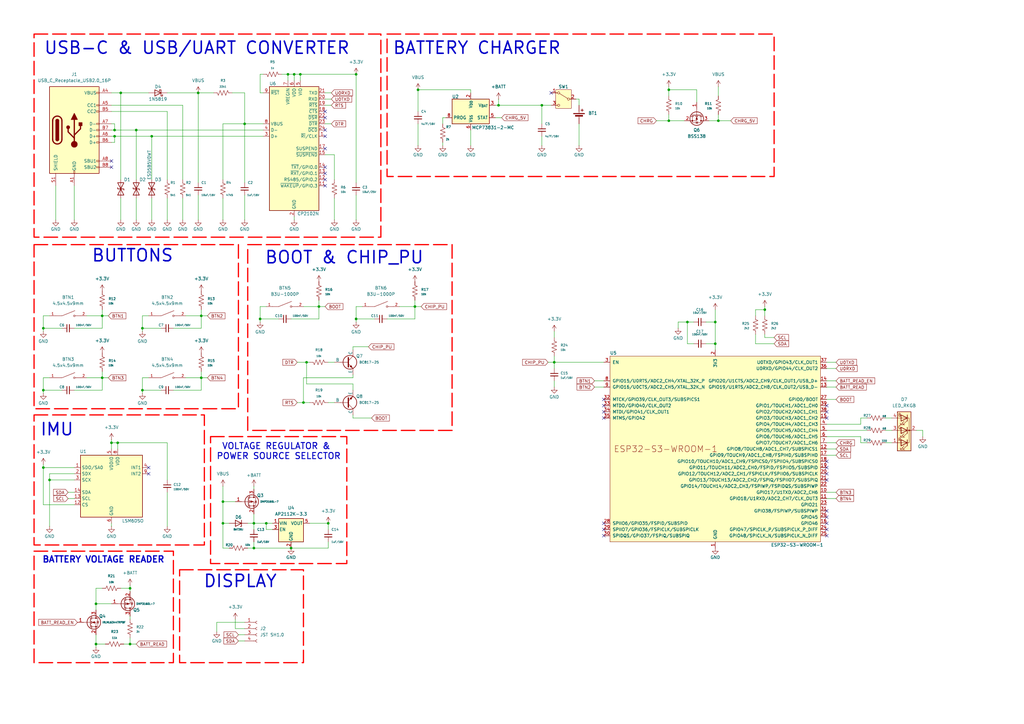
<source format=kicad_sch>
(kicad_sch (version 20250114) (generator "eeschema") (generator_version "9.0")
  (paper "A3")
  (title_block (title "IMU-RC Hand Unit Schematic") (date "2025-07-07") (rev "8") (company "ESTG-IPL") (comment 1 "or otherwise specified") (comment 2 "R - 1%") (comment 3 "C - 20%") (comment 4 "Tolerances:") (comment 5 "Important notes:"))
  (rectangle (start 86.36 179.07) (end 142.24 231.14) (stroke (width 0.508) (type dash) (color 255 0 0 1)))
  (rectangle (start 158.75 13.97) (end 317.5 72.39) (stroke (width 0.508) (type dash) (color 255 0 0 1)))
  (rectangle (start 101.6 100.33) (end 185.42 176.53) (stroke (width 0.508) (type dash) (color 255 0 0 1)))
  (rectangle (start 13.97 170.18) (end 83.82 223.52) (stroke (width 0.508) (type dash) (color 255 0 0 1)))
  (rectangle (start 13.97 13.97) (end 156.21 97.282) (stroke (width 0.508) (type dash) (color 255 0 0 1)))
  (rectangle (start 13.97 100.33) (end 97.79 167.64) (stroke (width 0.508) (type dash) (color 255 0 0 1)))
  (rectangle (start 73.66 233.68) (end 124.46 271.78) (stroke (width 0.508) (type dash) (color 255 0 0 1)))
  (rectangle (start 13.97 226.06) (end 71.12 271.78) (stroke (width 0.508) (type dash) (color 255 0 0 1)))
  (text "VOLTAGE REGULATOR & \nPOWER SOURCE SELECTOR" (at 114.3 185.166 0) (effects (font (size 2.54 2.54) (thickness 0.375))))
  (text "BATTERY CHARGER" (at 195.58 19.812 0) (effects (font (size 5 5) (thickness 0.625))))
  (text "BUTTONS\n\n" (at 54.356 108.966 0) (effects (font (size 5 5) (thickness 0.625))))
  (text "BOOT & CHIP_PU\n\n\n" (at 141.224 113.792 0) (effects (font (size 5 5) (thickness 0.625))))
  (text "USB-C & USB/UART CONVERTER" (at 80.772 19.812 0) (effects (font (size 5 5) (thickness 0.625))))
  (text "BATTERY VOLTAGE READER" (at 42.418 229.616 0) (effects (font (size 2.54 2.54) (thickness 0.5))))
  (text "IMU" (at 23.368 176.276 0) (effects (font (size 5 5) (thickness 0.625))))
  (text "DISPLAY\n" (at 98.552 238.506 0) (effects (font (size 5 5) (thickness 0.625))))
  (junction (at 293.37 140.97))
  (junction (at 222.25 43.18))
  (junction (at 53.34 264.16))
  (junction (at 171.45 36.83))
  (junction (at 124.46 165.1))
  (junction (at 82.55 129.54))
  (junction (at 125.73 148.59))
  (junction (at 58.42 134.62))
  (junction (at 281.94 132.08))
  (junction (at 39.37 247.65))
  (junction (at 146.05 130.81))
  (junction (at 46.99 53.34))
  (junction (at 46.99 55.88))
  (junction (at 313.69 127))
  (junction (at 17.78 134.62))
  (junction (at 293.37 132.08))
  (junction (at 49.53 38.1))
  (junction (at 62.23 55.88))
  (junction (at 91.44 214.63))
  (junction (at 120.65 30.48))
  (junction (at 53.34 241.3))
  (junction (at 82.55 154.94))
  (junction (at 41.91 154.94))
  (junction (at 55.88 53.34))
  (junction (at 146.05 30.48))
  (junction (at 104.14 224.79))
  (junction (at 20.32 196.85))
  (junction (at 123.19 30.48))
  (junction (at 39.37 264.16))
  (junction (at 274.32 49.53))
  (junction (at 106.68 130.81))
  (junction (at 81.28 38.1))
  (junction (at 91.44 205.74))
  (junction (at 100.33 50.8))
  (junction (at 134.62 214.63))
  (junction (at 170.18 125.73))
  (junction (at 227.33 148.59))
  (junction (at 204.47 43.18))
  (junction (at 48.26 181.61))
  (junction (at 41.91 129.54))
  (junction (at 17.78 191.77))
  (junction (at 119.38 224.79))
  (junction (at 17.78 160.02))
  (junction (at 104.14 214.63))
  (junction (at 45.72 181.61))
  (junction (at 294.64 49.53))
  (junction (at 58.42 160.02))
  (junction (at 118.11 30.48))
  (junction (at 109.22 214.63))
  (junction (at 130.81 125.73))
  (junction (at 274.32 36.83))
  (no_connect (at 226.06 38.1))
  (no_connect (at 133.35 55.88))
  (no_connect (at 247.65 217.17))
  (no_connect (at 247.65 163.83))
  (no_connect (at 45.72 68.58))
  (no_connect (at 133.35 71.12))
  (no_connect (at 339.09 214.63))
  (no_connect (at 45.72 66.04))
  (no_connect (at 247.65 214.63))
  (no_connect (at 339.09 196.85))
  (no_connect (at 339.09 168.91))
  (no_connect (at 247.65 166.37))
  (no_connect (at 133.35 48.26))
  (no_connect (at 60.96 191.77))
  (no_connect (at 339.09 194.31))
  (no_connect (at 247.65 219.71))
  (no_connect (at 133.35 76.2))
  (no_connect (at 133.35 68.58))
  (no_connect (at 339.09 217.17))
  (no_connect (at 339.09 212.09))
  (no_connect (at 133.35 60.96))
  (no_connect (at 339.09 166.37))
  (no_connect (at 133.35 73.66))
  (no_connect (at 133.35 45.72))
  (no_connect (at 339.09 171.45))
  (no_connect (at 247.65 171.45))
  (no_connect (at 133.35 53.34))
  (no_connect (at 339.09 191.77))
  (no_connect (at 339.09 189.23))
  (no_connect (at 339.09 209.55))
  (no_connect (at 247.65 168.91))
  (no_connect (at 60.96 194.31))
  (no_connect (at 339.09 219.71))
  (wire (pts (xy 134.62 224.79) (xy 119.38 224.79)))
  (wire (pts (xy 41.91 134.62) (xy 41.91 129.54)))
  (wire (pts (xy 53.34 241.3) (xy 53.34 242.57)))
  (wire (pts (xy 289.56 132.08) (xy 293.37 132.08)))
  (wire (pts (xy 45.72 180.34) (xy 45.72 181.61)))
  (wire (pts (xy 85.09 129.54) (xy 82.55 129.54)))
  (wire (pts (xy 45.72 38.1) (xy 49.53 38.1)))
  (wire (pts (xy 17.78 160.02) (xy 17.78 154.94)))
  (wire (pts (xy 294.64 49.53) (xy 294.64 46.99)))
  (wire (pts (xy 120.65 30.48) (xy 118.11 30.48)))
  (wire (pts (xy 76.2 154.94) (xy 82.55 154.94)))
  (wire (pts (xy 278.13 132.08) (xy 281.94 132.08)))
  (wire (pts (xy 146.05 130.81) (xy 146.05 125.73)))
  (wire (pts (xy 274.32 49.53) (xy 269.24 49.53)))
  (wire (pts (xy 58.42 134.62) (xy 66.04 134.62)))
  (wire (pts (xy 144.78 160.02) (xy 144.78 157.48)))
  (wire (pts (xy 17.78 191.77) (xy 30.48 191.77)))
  (wire (pts (xy 91.44 50.8) (xy 91.44 73.66)))
  (wire (pts (xy 363.22 176.53) (xy 365.76 176.53)))
  (wire (pts (xy 45.72 184.15) (xy 45.72 181.61)))
  (wire (pts (xy 17.78 134.62) (xy 17.78 129.54)))
  (wire (pts (xy 339.09 186.69) (xy 342.9 186.69)))
  (wire (pts (xy 204.47 40.64) (xy 204.47 43.18)))
  (wire (pts (xy 290.83 49.53) (xy 294.64 49.53)))
  (wire (pts (xy 293.37 132.08) (xy 293.37 140.97)))
  (wire (pts (xy 227.33 156.21) (xy 227.33 158.75)))
  (wire (pts (xy 82.55 127) (xy 82.55 129.54)))
  (wire (pts (xy 17.78 129.54) (xy 20.32 129.54)))
  (wire (pts (xy 170.18 123.19) (xy 170.18 125.73)))
  (wire (pts (xy 17.78 191.77) (xy 17.78 207.01)))
  (wire (pts (xy 120.65 88.9) (xy 120.65 90.17)))
  (wire (pts (xy 181.61 48.26) (xy 182.88 48.26)))
  (wire (pts (xy 109.22 214.63) (xy 111.76 214.63)))
  (wire (pts (xy 17.78 160.02) (xy 25.4 160.02)))
  (wire (pts (xy 339.09 163.83) (xy 342.9 163.83)))
  (wire (pts (xy 339.09 158.75) (xy 342.9 158.75)))
  (wire (pts (xy 353.06 181.61) (xy 355.6 181.61)))
  (wire (pts (xy 39.37 247.65) (xy 45.72 247.65)))
  (wire (pts (xy 100.33 50.8) (xy 107.95 50.8)))
  (wire (pts (xy 62.23 55.88) (xy 107.95 55.88)))
  (wire (pts (xy 339.09 181.61) (xy 342.9 181.61)))
  (wire (pts (xy 181.61 59.69) (xy 181.61 58.42)))
  (wire (pts (xy 237.49 40.64) (xy 237.49 43.18)))
  (wire (pts (xy 82.55 134.62) (xy 82.55 129.54)))
  (wire (pts (xy 30.48 76.2) (xy 30.48 90.17)))
  (wire (pts (xy 100.33 38.1) (xy 100.33 50.8)))
  (wire (pts (xy 313.69 127) (xy 309.88 127)))
  (wire (pts (xy 227.33 146.05) (xy 227.33 148.59)))
  (wire (pts (xy 339.09 151.13) (xy 342.9 151.13)))
  (wire (pts (xy 106.68 38.1) (xy 106.68 30.48)))
  (wire (pts (xy 124.46 165.1) (xy 127 165.1)))
  (wire (pts (xy 53.34 240.03) (xy 53.34 241.3)))
  (wire (pts (xy 294.64 49.53) (xy 299.72 49.53)))
  (wire (pts (xy 91.44 205.74) (xy 96.52 205.74)))
  (wire (pts (xy 134.62 214.63) (xy 127 214.63)))
  (wire (pts (xy 39.37 264.16) (xy 39.37 265.43)))
  (wire (pts (xy 313.69 125.73) (xy 313.69 127)))
  (wire (pts (xy 274.32 35.56) (xy 274.32 36.83)))
  (wire (pts (xy 46.99 55.88) (xy 46.99 58.42)))
  (wire (pts (xy 227.33 148.59) (xy 247.65 148.59)))
  (wire (pts (xy 81.28 38.1) (xy 87.63 38.1)))
  (wire (pts (xy 353.06 173.99) (xy 353.06 171.45)))
  (wire (pts (xy 30.48 160.02) (xy 41.91 160.02)))
  (wire (pts (xy 91.44 199.39) (xy 91.44 205.74)))
  (wire (pts (xy 88.9 255.27) (xy 88.9 259.08)))
  (wire (pts (xy 124.46 154.94) (xy 124.46 165.1)))
  (wire (pts (xy 193.04 38.1) (xy 193.04 36.83)))
  (wire (pts (xy 339.09 201.93) (xy 342.9 201.93)))
  (wire (pts (xy 127 148.59) (xy 125.73 148.59)))
  (wire (pts (xy 363.22 181.61) (xy 365.76 181.61)))
  (wire (pts (xy 353.06 171.45) (xy 355.6 171.45)))
  (wire (pts (xy 58.42 135.89) (xy 58.42 134.62)))
  (wire (pts (xy 144.78 171.45) (xy 152.4 171.45)))
  (wire (pts (xy 55.88 53.34) (xy 55.88 73.66)))
  (wire (pts (xy 222.25 43.18) (xy 226.06 43.18)))
  (wire (pts (xy 339.09 173.99) (xy 353.06 173.99)))
  (wire (pts (xy 53.34 252.73) (xy 53.34 254)))
  (wire (pts (xy 133.35 38.1) (xy 135.89 38.1)))
  (wire (pts (xy 45.72 53.34) (xy 46.99 53.34)))
  (wire (pts (xy 133.35 50.8) (xy 135.89 50.8)))
  (wire (pts (xy 172.72 125.73) (xy 170.18 125.73)))
  (wire (pts (xy 144.78 142.24) (xy 151.13 142.24)))
  (wire (pts (xy 41.91 152.4) (xy 41.91 154.94)))
  (wire (pts (xy 133.35 125.73) (xy 130.81 125.73)))
  (wire (pts (xy 227.33 148.59) (xy 227.33 151.13)))
  (wire (pts (xy 71.12 160.02) (xy 82.55 160.02)))
  (wire (pts (xy 76.2 129.54) (xy 82.55 129.54)))
  (wire (pts (xy 17.78 161.29) (xy 17.78 160.02)))
  (wire (pts (xy 91.44 214.63) (xy 91.44 205.74)))
  (wire (pts (xy 101.6 224.79) (xy 104.14 224.79)))
  (wire (pts (xy 106.68 30.48) (xy 107.95 30.48)))
  (wire (pts (xy 39.37 241.3) (xy 39.37 247.65)))
  (wire (pts (xy 58.42 154.94) (xy 60.96 154.94)))
  (wire (pts (xy 144.78 154.94) (xy 124.46 154.94)))
  (wire (pts (xy 134.62 222.25) (xy 134.62 224.79)))
  (wire (pts (xy 55.88 53.34) (xy 107.95 53.34)))
  (wire (pts (xy 39.37 264.16) (xy 43.18 264.16)))
  (wire (pts (xy 274.32 49.53) (xy 280.67 49.53)))
  (wire (pts (xy 193.04 53.34) (xy 193.04 59.69)))
  (wire (pts (xy 41.91 241.3) (xy 39.37 241.3)))
  (wire (pts (xy 58.42 129.54) (xy 60.96 129.54)))
  (wire (pts (xy 58.42 161.29) (xy 58.42 160.02)))
  (wire (pts (xy 339.09 204.47) (xy 342.9 204.47)))
  (wire (pts (xy 53.34 264.16) (xy 55.88 264.16)))
  (wire (pts (xy 68.58 45.72) (xy 68.58 73.66)))
  (wire (pts (xy 68.58 45.72) (xy 45.72 45.72)))
  (wire (pts (xy 134.62 165.1) (xy 137.16 165.1)))
  (wire (pts (xy 91.44 81.28) (xy 91.44 90.17)))
  (wire (pts (xy 133.35 43.18) (xy 135.89 43.18)))
  (wire (pts (xy 111.76 217.17) (xy 109.22 217.17)))
  (wire (pts (xy 171.45 36.83) (xy 171.45 45.72)))
  (wire (pts (xy 146.05 80.01) (xy 146.05 90.17)))
  (wire (pts (xy 74.93 81.28) (xy 74.93 90.17)))
  (wire (pts (xy 137.16 81.28) (xy 137.16 90.17)))
  (wire (pts (xy 313.69 127) (xy 313.69 129.54)))
  (wire (pts (xy 353.06 179.07) (xy 353.06 181.61)))
  (wire (pts (xy 281.94 132.08) (xy 281.94 140.97)))
  (wire (pts (xy 91.44 214.63) (xy 93.98 214.63)))
  (wire (pts (xy 293.37 140.97) (xy 293.37 143.51)))
  (wire (pts (xy 68.58 181.61) (xy 48.26 181.61)))
  (wire (pts (xy 30.48 134.62) (xy 41.91 134.62)))
  (wire (pts (xy 17.78 207.01) (xy 30.48 207.01)))
  (wire (pts (xy 46.99 58.42) (xy 45.72 58.42)))
  (wire (pts (xy 294.64 35.56) (xy 294.64 39.37)))
  (wire (pts (xy 45.72 55.88) (xy 46.99 55.88)))
  (wire (pts (xy 130.81 130.81) (xy 130.81 125.73)))
  (wire (pts (xy 237.49 50.8) (xy 237.49 59.69)))
  (wire (pts (xy 109.22 217.17) (xy 109.22 214.63)))
  (wire (pts (xy 53.34 264.16) (xy 53.34 261.62)))
  (wire (pts (xy 74.93 43.18) (xy 74.93 73.66)))
  (wire (pts (xy 123.19 30.48) (xy 123.19 33.02)))
  (wire (pts (xy 104.14 210.82) (xy 104.14 214.63)))
  (wire (pts (xy 274.32 36.83) (xy 274.32 39.37)))
  (wire (pts (xy 100.33 50.8) (xy 100.33 74.93)))
  (wire (pts (xy 49.53 81.28) (xy 49.53 90.17)))
  (wire (pts (xy 44.45 129.54) (xy 41.91 129.54)))
  (wire (pts (xy 71.12 134.62) (xy 82.55 134.62)))
  (wire (pts (xy 224.79 148.59) (xy 227.33 148.59)))
  (wire (pts (xy 85.09 154.94) (xy 82.55 154.94)))
  (wire (pts (xy 203.2 48.26) (xy 205.74 48.26)))
  (wire (pts (xy 97.79 262.89) (xy 100.33 262.89)))
  (wire (pts (xy 293.37 127) (xy 293.37 132.08)))
  (wire (pts (xy 68.58 38.1) (xy 81.28 38.1)))
  (wire (pts (xy 181.61 50.8) (xy 181.61 48.26)))
  (wire (pts (xy 46.99 50.8) (xy 45.72 50.8)))
  (wire (pts (xy 313.69 137.16) (xy 313.69 138.43)))
  (wire (pts (xy 137.16 73.66) (xy 137.16 63.5)))
  (wire (pts (xy 101.6 214.63) (xy 104.14 214.63)))
  (wire (pts (xy 44.45 154.94) (xy 41.91 154.94)))
  (wire (pts (xy 204.47 43.18) (xy 203.2 43.18)))
  (wire (pts (xy 81.28 38.1) (xy 81.28 74.93)))
  (wire (pts (xy 339.09 184.15) (xy 342.9 184.15)))
  (wire (pts (xy 91.44 214.63) (xy 91.44 224.79)))
  (wire (pts (xy 104.14 199.39) (xy 104.14 200.66)))
  (wire (pts (xy 104.14 222.25) (xy 104.14 224.79)))
  (wire (pts (xy 118.11 30.48) (xy 115.57 30.48)))
  (wire (pts (xy 58.42 160.02) (xy 58.42 154.94)))
  (wire (pts (xy 130.81 123.19) (xy 130.81 125.73)))
  (wire (pts (xy 39.37 250.19) (xy 39.37 247.65)))
  (wire (pts (xy 95.25 38.1) (xy 100.33 38.1)))
  (wire (pts (xy 222.25 43.18) (xy 204.47 43.18)))
  (wire (pts (xy 137.16 63.5) (xy 133.35 63.5)))
  (wire (pts (xy 58.42 134.62) (xy 58.42 129.54)))
  (wire (pts (xy 125.73 157.48) (xy 125.73 148.59)))
  (wire (pts (xy 82.55 160.02) (xy 82.55 154.94)))
  (wire (pts (xy 68.58 81.28) (xy 68.58 90.17)))
  (wire (pts (xy 82.55 152.4) (xy 82.55 154.94)))
  (wire (pts (xy 227.33 138.43) (xy 227.33 135.89)))
  (wire (pts (xy 49.53 38.1) (xy 60.96 38.1)))
  (wire (pts (xy 289.56 140.97) (xy 293.37 140.97)))
  (wire (pts (xy 96.52 257.81) (xy 96.52 254)))
  (wire (pts (xy 104.14 217.17) (xy 104.14 214.63)))
  (wire (pts (xy 41.91 127) (xy 41.91 129.54)))
  (wire (pts (xy 121.92 165.1) (xy 124.46 165.1)))
  (wire (pts (xy 133.35 40.64) (xy 135.89 40.64)))
  (wire (pts (xy 339.09 179.07) (xy 353.06 179.07)))
  (wire (pts (xy 81.28 80.01) (xy 81.28 90.17)))
  (wire (pts (xy 35.56 129.54) (xy 41.91 129.54)))
  (wire (pts (xy 285.75 36.83) (xy 274.32 36.83)))
  (wire (pts (xy 134.62 217.17) (xy 134.62 214.63)))
  (wire (pts (xy 170.18 130.81) (xy 170.18 125.73)))
  (wire (pts (xy 120.65 33.02) (xy 120.65 30.48)))
  (wire (pts (xy 284.48 140.97) (xy 281.94 140.97)))
  (wire (pts (xy 20.32 196.85) (xy 20.32 194.31)))
  (wire (pts (xy 100.33 80.01) (xy 100.33 90.17)))
  (wire (pts (xy 274.32 49.53) (xy 274.32 46.99)))
  (wire (pts (xy 62.23 81.28) (xy 62.23 90.17)))
  (wire (pts (xy 121.92 148.59) (xy 125.73 148.59)))
  (wire (pts (xy 243.84 158.75) (xy 247.65 158.75)))
  (wire (pts (xy 278.13 134.62) (xy 278.13 132.08)))
  (wire (pts (xy 106.68 38.1) (xy 107.95 38.1)))
  (wire (pts (xy 20.32 196.85) (xy 30.48 196.85)))
  (wire (pts (xy 339.09 148.59) (xy 342.9 148.59)))
  (wire (pts (xy 144.78 171.45) (xy 144.78 170.18)))
  (wire (pts (xy 100.33 255.27) (xy 88.9 255.27)))
  (wire (pts (xy 17.78 190.5) (xy 17.78 191.77)))
  (wire (pts (xy 106.68 130.81) (xy 114.3 130.81)))
  (wire (pts (xy 363.22 171.45) (xy 365.76 171.45)))
  (wire (pts (xy 68.58 196.85) (xy 68.58 181.61)))
  (wire (pts (xy 45.72 43.18) (xy 74.93 43.18)))
  (wire (pts (xy 146.05 30.48) (xy 146.05 74.93)))
  (wire (pts (xy 144.78 153.67) (xy 144.78 154.94)))
  (wire (pts (xy 22.86 76.2) (xy 22.86 90.17)))
  (wire (pts (xy 119.38 130.81) (xy 130.81 130.81)))
  (wire (pts (xy 41.91 160.02) (xy 41.91 154.94)))
  (wire (pts (xy 46.99 55.88) (xy 62.23 55.88)))
  (wire (pts (xy 62.23 55.88) (xy 62.23 73.66)))
  (wire (pts (xy 146.05 125.73) (xy 148.59 125.73)))
  (wire (pts (xy 17.78 134.62) (xy 25.4 134.62)))
  (wire (pts (xy 222.25 55.88) (xy 222.25 59.69)))
  (wire (pts (xy 378.46 176.53) (xy 375.92 176.53)))
  (wire (pts (xy 27.94 204.47) (xy 30.48 204.47)))
  (wire (pts (xy 118.11 33.02) (xy 118.11 30.48)))
  (wire (pts (xy 49.53 241.3) (xy 53.34 241.3)))
  (wire (pts (xy 281.94 132.08) (xy 284.48 132.08)))
  (wire (pts (xy 222.25 50.8) (xy 222.25 43.18)))
  (wire (pts (xy 100.33 257.81) (xy 96.52 257.81)))
  (wire (pts (xy 45.72 214.63) (xy 45.72 215.9)))
  (wire (pts (xy 91.44 224.79) (xy 93.98 224.79)))
  (wire (pts (xy 20.32 194.31) (xy 30.48 194.31)))
  (wire (pts (xy 45.72 181.61) (xy 48.26 181.61)))
  (wire (pts (xy 124.46 125.73) (xy 130.81 125.73)))
  (wire (pts (xy 27.94 201.93) (xy 30.48 201.93)))
  (wire (pts (xy 91.44 50.8) (xy 100.33 50.8)))
  (wire (pts (xy 144.78 157.48) (xy 125.73 157.48)))
  (wire (pts (xy 17.78 135.89) (xy 17.78 134.62)))
  (wire (pts (xy 309.88 129.54) (xy 309.88 127)))
  (wire (pts (xy 144.78 142.24) (xy 144.78 143.51)))
  (wire (pts (xy 171.45 36.83) (xy 193.04 36.83)))
  (wire (pts (xy 163.83 125.73) (xy 170.18 125.73)))
  (wire (pts (xy 339.09 156.21) (xy 342.9 156.21)))
  (wire (pts (xy 39.37 260.35) (xy 39.37 264.16)))
  (wire (pts (xy 171.45 59.69) (xy 171.45 50.8)))
  (wire (pts (xy 146.05 130.81) (xy 153.67 130.81)))
  (wire (pts (xy 146.05 132.08) (xy 146.05 130.81)))
  (wire (pts (xy 123.19 30.48) (xy 146.05 30.48)))
  (wire (pts (xy 58.42 160.02) (xy 66.04 160.02)))
  (wire (pts (xy 158.75 130.81) (xy 170.18 130.81)))
  (wire (pts (xy 17.78 154.94) (xy 20.32 154.94)))
  (wire (pts (xy 378.46 179.07) (xy 378.46 176.53)))
  (wire (pts (xy 106.68 132.08) (xy 106.68 130.81)))
  (wire (pts (xy 313.69 138.43) (xy 317.5 138.43)))
  (wire (pts (xy 104.14 224.79) (xy 119.38 224.79)))
  (wire (pts (xy 120.65 30.48) (xy 123.19 30.48)))
  (wire (pts (xy 106.68 130.81) (xy 106.68 125.73)))
  (wire (pts (xy 49.53 38.1) (xy 49.53 73.66)))
  (wire (pts (xy 285.75 41.91) (xy 285.75 36.83)))
  (wire (pts (xy 68.58 201.93) (xy 68.58 215.9)))
  (wire (pts (xy 237.49 40.64) (xy 236.22 40.64)))
  (wire (pts (xy 46.99 53.34) (xy 46.99 50.8)))
  (wire (pts (xy 106.68 125.73) (xy 109.22 125.73)))
  (wire (pts (xy 48.26 181.61) (xy 48.26 184.15)))
  (wire (pts (xy 309.88 140.97) (xy 317.5 140.97)))
  (wire (pts (xy 46.99 53.34) (xy 55.88 53.34)))
  (wire (pts (xy 97.79 260.35) (xy 100.33 260.35)))
  (wire (pts (xy 55.88 81.28) (xy 55.88 90.17)))
  (wire (pts (xy 339.09 176.53) (xy 355.6 176.53)))
  (wire (pts (xy 20.32 215.9) (xy 20.32 196.85)))
  (wire (pts (xy 35.56 154.94) (xy 41.91 154.94)))
  (wire (pts (xy 104.14 214.63) (xy 109.22 214.63)))
  (wire (pts (xy 50.8 264.16) (xy 53.34 264.16)))
  (wire (pts (xy 309.88 140.97) (xy 309.88 137.16)))
  (wire (pts (xy 243.84 156.21) (xy 247.65 156.21)))
  (wire (pts (xy 134.62 148.59) (xy 137.16 148.59)))
  (global_label "BATT_READ" (shape input) (at 342.9 158.75 0) (property "Intersheetrefs" "${INTERSHEET_REFS}" (effects (hide yes))))
  (global_label "BTN3" (shape input) (at 44.45 154.94 0) (property "Intersheetrefs" "${INTERSHEET_REFS}" (effects (hide yes))))
  (global_label "BOOT" (shape input) (at 133.35 125.73 0) (property "Intersheetrefs" "${INTERSHEET_REFS}" (effects (hide yes))))
  (global_label "SDA" (shape input) (at 342.9 184.15 0) (property "Intersheetrefs" "${INTERSHEET_REFS}" (effects (hide yes))))
  (global_label "BATT_READ" (shape input) (at 55.88 264.16 0) (property "Intersheetrefs" "${INTERSHEET_REFS}" (effects (hide yes))))
  (global_label "BATT_READ_EN" (shape input) (at 342.9 156.21 0) (property "Intersheetrefs" "${INTERSHEET_REFS}" (effects (hide yes))))
  (global_label "RTS" (shape input) (at 135.89 43.18 0) (property "Intersheetrefs" "${INTERSHEET_REFS}" (effects (hide yes))))
  (global_label "CHIP_PU" (shape input) (at 172.72 125.73 0) (property "Intersheetrefs" "${INTERSHEET_REFS}" (effects (hide yes))))
  (global_label "SDA" (shape input) (at 317.5 140.97 0) (property "Intersheetrefs" "${INTERSHEET_REFS}" (effects (hide yes))))
  (global_label "CHRG" (shape input) (at 342.9 181.61 0) (property "Intersheetrefs" "${INTERSHEET_REFS}" (effects (hide yes))))
  (global_label "CHIP_PU" (shape input) (at 224.79 148.59 180) (property "Intersheetrefs" "${INTERSHEET_REFS}" (effects (hide yes))))
  (global_label "RTS" (shape input) (at 121.92 165.1 180) (property "Intersheetrefs" "${INTERSHEET_REFS}" (effects (hide yes))))
  (global_label "SCL" (shape input) (at 27.94 204.47 180) (property "Intersheetrefs" "${INTERSHEET_REFS}" (effects (hide yes))))
  (global_label "CHRG_5V" (shape input) (at 299.72 49.53 0) (property "Intersheetrefs" "${INTERSHEET_REFS}" (effects (hide yes))))
  (global_label "BTN2" (shape input) (at 243.84 158.75 180) (property "Intersheetrefs" "${INTERSHEET_REFS}" (effects (hide yes))))
  (global_label "SCL" (shape input) (at 317.5 138.43 0) (property "Intersheetrefs" "${INTERSHEET_REFS}" (effects (hide yes))))
  (global_label "CHRG_5V" (shape input) (at 205.74 48.26 0) (property "Intersheetrefs" "${INTERSHEET_REFS}" (effects (hide yes))))
  (global_label "SDA" (shape input) (at 97.79 262.89 180) (property "Intersheetrefs" "${INTERSHEET_REFS}" (effects (hide yes))))
  (global_label "BTN1" (shape input) (at 243.84 156.21 180) (property "Intersheetrefs" "${INTERSHEET_REFS}" (effects (hide yes))))
  (global_label "BTN1" (shape input) (at 44.45 129.54 0) (property "Intersheetrefs" "${INTERSHEET_REFS}" (effects (hide yes))))
  (global_label "DTR" (shape input) (at 121.92 148.59 180) (property "Intersheetrefs" "${INTERSHEET_REFS}" (effects (hide yes))))
  (global_label "BOOT" (shape input) (at 342.9 163.83 0) (property "Intersheetrefs" "${INTERSHEET_REFS}" (effects (hide yes))))
  (global_label "SCL" (shape input) (at 342.9 186.69 0) (property "Intersheetrefs" "${INTERSHEET_REFS}" (effects (hide yes))))
  (global_label "U0RXD" (shape input) (at 342.9 151.13 0) (property "Intersheetrefs" "${INTERSHEET_REFS}" (effects (hide yes))))
  (global_label "U0TXD" (shape input) (at 342.9 148.59 0) (property "Intersheetrefs" "${INTERSHEET_REFS}" (effects (hide yes))))
  (global_label "SDA" (shape input) (at 27.94 201.93 180) (property "Intersheetrefs" "${INTERSHEET_REFS}" (effects (hide yes))))
  (global_label "BTN4" (shape input) (at 342.9 204.47 0) (property "Intersheetrefs" "${INTERSHEET_REFS}" (effects (hide yes))))
  (global_label "U0RXD" (shape input) (at 135.89 38.1 0) (property "Intersheetrefs" "${INTERSHEET_REFS}" (effects (hide yes))))
  (global_label "BATT_READ_EN" (shape input) (at 31.75 255.27 180) (property "Intersheetrefs" "${INTERSHEET_REFS}" (effects (hide yes))))
  (global_label "BTN2" (shape input) (at 85.09 129.54 0) (property "Intersheetrefs" "${INTERSHEET_REFS}" (effects (hide yes))))
  (global_label "BTN4" (shape input) (at 85.09 154.94 0) (property "Intersheetrefs" "${INTERSHEET_REFS}" (effects (hide yes))))
  (global_label "DTR" (shape input) (at 135.89 50.8 0) (property "Intersheetrefs" "${INTERSHEET_REFS}" (effects (hide yes))))
  (global_label "CHRG" (shape input) (at 269.24 49.53 180) (property "Intersheetrefs" "${INTERSHEET_REFS}" (effects (hide yes))))
  (global_label "U0TXD" (shape input) (at 135.89 40.64 0) (property "Intersheetrefs" "${INTERSHEET_REFS}" (effects (hide yes))))
  (global_label "SCL" (shape input) (at 97.79 260.35 180) (property "Intersheetrefs" "${INTERSHEET_REFS}" (effects (hide yes))))
  (global_label "BTN3" (shape input) (at 342.9 201.93 0) (property "Intersheetrefs" "${INTERSHEET_REFS}" (effects (hide yes))))
  (global_label "BOOT" (shape input) (at 152.4 171.45 0) (property "Intersheetrefs" "${INTERSHEET_REFS}" (effects (hide yes))))
  (global_label "CHIP_PU" (shape input) (at 151.13 142.24 0) (property "Intersheetrefs" "${INTERSHEET_REFS}" (effects (hide yes))))
  (symbol (lib_id "power:GND") (at 74.93 90.17 0) (unit 1)
    (property "Reference" "#PWR036" (effects (hide yes)))
    (property "Value" "GND" (at 74.93 93.98 0))
    (property "Description" "Power symbol creates a global label with name \"GND\" , ground" (effects (hide yes)))
  )
  (symbol (lib_id "Device:C_Small") (at 146.05 77.47 180) (unit 1)
    (property "Reference" "C3" (at 148.59 76.8286 0) (effects (font (size 1 1)) (justify right)))
    (property "Value" "10uF/25V" (at 148.59 78.7335 0) (effects (font (size 0.75 0.75)) (justify right)))
    (property "Footprint" "Capacitor_SMD:C_0603_1608Metric" (effects (hide yes)))
  )
  (symbol (lib_id "power:+3.3V") (at 45.72 180.34 0) (unit 1)
    (property "Reference" "#PWR059" (effects (hide yes)))
    (property "Value" "+3.3V" (at 45.72 175.26 0))
    (property "Description" "Power symbol creates a global label with name \"+3.3V\"" (effects (hide yes)))
  )
  (symbol (lib_id "power:GND") (at 68.58 90.17 0) (unit 1)
    (property "Reference" "#PWR032" (effects (hide yes)))
    (property "Value" "GND" (at 68.58 93.98 0))
    (property "Description" "Power symbol creates a global label with name \"GND\" , ground" (effects (hide yes)))
  )
  (symbol (lib_id "Device:R_US") (at 294.64 43.18 0) (mirror x) (unit 1)
    (property "Reference" "R11" (at 292.1 42.545 0) (effects (font (size 1 1)) (justify right)))
    (property "Value" "10k" (at 292.1 44.4499 0) (effects (font (size 0.75 0.75)) (justify right)))
    (property "Footprint" "Resistor_SMD:R_0805_2012Metric" (effects (hide yes)))
  )
  (symbol (lib_id "power:GND") (at 68.58 215.9 0) (unit 1)
    (property "Reference" "#PWR026" (effects (hide yes)))
    (property "Value" "GND" (at 68.58 219.964 0))
    (property "Description" "Power symbol creates a global label with name \"GND\" , ground" (effects (hide yes)))
  )
  (symbol (lib_id "power:GND") (at 146.05 90.17 0) (unit 1)
    (property "Reference" "#PWR041" (effects (hide yes)))
    (property "Value" "GND" (at 146.05 93.98 0))
    (property "Description" "Power symbol creates a global label with name \"GND\" , ground" (effects (hide yes)))
  )
  (symbol (lib_id "Device:C_Small") (at 171.45 48.26 0) (unit 1)
    (property "Reference" "C4" (at 172.72 45.72 0) (effects (font (size 1 1)) (justify left)))
    (property "Value" "4u7F/16V" (at 172.72 50.8 0) (effects (font (size 0.75 0.75)) (justify left)))
    (property "Footprint" "Capacitor_SMD:C_0603_1608Metric" (effects (hide yes)))
  )
  (symbol (lib_id "Device:C_Small") (at 68.58 160.02 90) (mirror x) (unit 1)
    (property "Reference" "C9" (at 66.04 158.75 90) (effects (font (size 1 1))))
    (property "Value" "100nF/50V" (at 74.93 158.75 90) (effects (font (size 0.75 0.75))))
    (property "Footprint" "Capacitor_SMD:C_0805_2012Metric" (effects (hide yes)))
  )
  (symbol (lib_id "power:+3.3V") (at 17.78 190.5 0) (unit 1)
    (property "Reference" "#PWR046" (effects (hide yes)))
    (property "Value" "+3.3V" (at 17.78 185.42 0))
    (property "Description" "Power symbol creates a global label with name \"+3.3V\"" (effects (hide yes)))
  )
  (symbol (lib_id "power:GND") (at 193.04 59.69 0) (unit 1)
    (property "Reference" "#PWR044" (effects (hide yes)))
    (property "Value" "GND" (at 193.04 63.5 0))
    (property "Description" "Power symbol creates a global label with name \"GND\" , ground" (effects (hide yes)))
  )
  (symbol (lib_id "Device:R_US") (at 274.32 43.18 180) (unit 1)
    (property "Reference" "R10" (at 276.86 42.545 0) (effects (font (size 1 1)) (justify right)))
    (property "Value" "10k" (at 276.86 44.4499 0) (effects (font (size 0.75 0.75)) (justify right)))
    (property "Footprint" "Resistor_SMD:R_0805_2012Metric" (effects (hide yes)))
  )
  (symbol (lib_id "power:+3.3V") (at 274.32 35.56 0) (unit 1)
    (property "Reference" "#PWR033" (effects (hide yes)))
    (property "Value" "+3.3V" (at 274.32 30.48 0))
    (property "Description" "Power symbol creates a global label with name \"+3.3V\"" (effects (hide yes)))
  )
  (symbol (lib_id "power:GND") (at 62.23 90.17 0) (unit 1)
    (property "Reference" "#PWR031" (effects (hide yes)))
    (property "Value" "GND" (at 62.23 93.98 0))
    (property "Description" "Power symbol creates a global label with name \"GND\" , ground" (effects (hide yes)))
  )
  (symbol (lib_id "power:GND") (at 39.37 265.43 0) (unit 1)
    (property "Reference" "#PWR021" (effects (hide yes)))
    (property "Value" "GND" (at 39.37 269.24 0))
    (property "Description" "Power symbol creates a global label with name \"GND\" , ground" (effects (hide yes)))
  )
  (symbol (lib_id "Device:LED_RKGB") (at 370.84 176.53 180) (unit 1)
    (property "Reference" "D7" (at 370.84 163.83 0))
    (property "Value" "LED_RKGB" (at 370.84 166.37 0))
    (property "Footprint" "IMURCLibrary:LED_D5.0mm-4_RKGB" (effects (hide yes)))
    (property "Description" "RGB LED, red/cathode/green/blue" (effects (hide yes)))
  )
  (symbol (lib_id "B3U-1000P:B3U-1000P") (at 27.94 129.54 0) (unit 1)
    (property "Reference" "BTN1" (at 27.94 121.92 0))
    (property "Value" "4.5x4.5x9mm" (at 27.94 124.46 0))
    (property "Footprint" "Button_Switch_SMD:SW_SPST_PTS647_Sx50" (effects (hide yes)))
    (property "MF" "Omron" (effects (hide yes)))
    (property "DESCRIPTION" "Tactile Switch SPST-NO Top Actuated Surface Mount" (effects (hide yes)))
    (property "PACKAGE" "None" (effects (hide yes)))
    (property "PRICE" "None" (effects (hide yes)))
    (property "MP" "B3U-1000P" (effects (hide yes)))
    (property "AVAILABILITY" "Unavailable" (effects (hide yes)))
  )
  (symbol (lib_id "power:+3.3V") (at 227.33 135.89 0) (unit 1)
    (property "Reference" "#PWR024" (effects (hide yes)))
    (property "Value" "+3.3V" (at 227.33 130.81 0))
    (property "Description" "Power symbol creates a global label with name \"+3.3V\"" (effects (hide yes)))
  )
  (symbol (lib_id "Transistor_FET:BSS138") (at 285.75 46.99 270) (unit 1)
    (property "Reference" "Q6" (at 285.75 53.34 90))
    (property "Value" "BSS138" (at 285.75 55.88 90))
    (property "Footprint" "Package_TO_SOT_SMD:SOT-23" (effects (hide yes)))
    (property "Datasheet" "https://www.onsemi.com/pub/Collateral/BSS138-D.PDF" (effects (hide yes)))
    (property "Description" "50V Vds, 0.22A Id, N-Channel MOSFET, SOT-23" (effects (hide yes)))
  )
  (symbol (lib_id "power:GND") (at 49.53 90.17 0) (unit 1)
    (property "Reference" "#PWR013" (effects (hide yes)))
    (property "Value" "GND" (at 49.53 93.98 0))
    (property "Description" "Power symbol creates a global label with name \"GND\" , ground" (effects (hide yes)))
  )
  (symbol (lib_id "power:GND") (at 20.32 215.9 0) (unit 1)
    (property "Reference" "#PWR042" (effects (hide yes)))
    (property "Value" "GND" (at 20.32 219.964 0))
    (property "Description" "Power symbol creates a global label with name \"GND\" , ground" (effects (hide yes)))
  )
  (symbol (lib_id "Device:R_US") (at 309.88 133.35 0) (unit 1)
    (property "Reference" "R25" (at 307.34 132.715 0) (effects (font (size 1 1)) (justify right)))
    (property "Value" "2k2" (at 307.34 134.6199 0) (effects (font (size 0.75 0.75)) (justify right)))
    (property "Footprint" "Resistor_SMD:R_0805_2012Metric" (effects (hide yes)))
  )
  (symbol (lib_id "power:VBUS") (at 294.64 35.56 0) (unit 1)
    (property "Reference" "#PWR020" (effects (hide yes)))
    (property "Value" "VBUS" (at 294.64 30.48 0))
    (property "Description" "Power symbol creates a global label with name \"VBUS\"" (effects (hide yes)))
  )
  (symbol (lib_id "Device:C_Small") (at 222.25 53.34 0) (unit 1)
    (property "Reference" "C5" (at 223.52 50.8 0) (effects (font (size 1 1)) (justify left)))
    (property "Value" "4u7F/16V" (at 223.52 55.88 0) (effects (font (size 0.75 0.75)) (justify left)))
    (property "Footprint" "Capacitor_SMD:C_0603_1608Metric" (effects (hide yes)))
  )
  (symbol (lib_id "power:GND") (at 88.9 259.08 0) (unit 1)
    (property "Reference" "#PWR043" (effects (hide yes)))
    (property "Value" "GND" (at 88.9 262.89 0))
    (property "Description" "Power symbol creates a global label with name \"GND\" , ground" (effects (hide yes)))
  )
  (symbol (lib_id "Device:C_Small") (at 100.33 77.47 0) (unit 1)
    (property "Reference" "C2" (at 101.6 74.93 0) (effects (font (size 1 1)) (justify left)))
    (property "Value" "1uF/16V" (at 101.346 80.01 0) (effects (font (size 0.75 0.75)) (justify left)))
    (property "Footprint" "Capacitor_SMD:C_0603_1608Metric" (effects (hide yes)))
  )
  (symbol (lib_id "power:+3.3V") (at 146.05 30.48 0) (unit 1)
    (property "Reference" "#PWR040" (effects (hide yes)))
    (property "Value" "+3.3V" (at 146.05 25.4 0))
    (property "Description" "Power symbol creates a global label with name \"+3.3V\"" (effects (hide yes)))
  )
  (symbol (lib_id "Device:R_US") (at 82.55 123.19 180) (unit 1)
    (property "Reference" "R13" (at 85.09 122.555 0) (effects (font (size 1 1)) (justify right)))
    (property "Value" "10k" (at 85.09 124.4599 0) (effects (font (size 0.75 0.75)) (justify right)))
    (property "Footprint" "Resistor_SMD:R_0805_2012Metric" (effects (hide yes)))
  )
  (symbol (lib_id "power:+BATT") (at 53.34 240.03 0) (unit 1)
    (property "Reference" "#PWR022" (effects (hide yes)))
    (property "Value" "+BATT" (at 53.34 234.95 0))
    (property "Description" "Power symbol creates a global label with name \"+BATT\"" (effects (hide yes)))
  )
  (symbol (lib_id "power:+BATT") (at 204.47 40.64 0) (unit 1)
    (property "Reference" "#PWR016" (effects (hide yes)))
    (property "Value" "+BATT" (at 204.47 35.56 0))
    (property "Description" "Power symbol creates a global label with name \"+BATT\"" (effects (hide yes)))
  )
  (symbol (lib_id "Device:C_Small") (at 134.62 219.71 0) (unit 1)
    (property "Reference" "C14" (at 135.89 217.17 0) (effects (font (size 1 1)) (justify left)))
    (property "Value" "1uF/16V" (at 135.89 222.25 0) (effects (font (size 0.75 0.75)) (justify left)))
    (property "Footprint" "Capacitor_SMD:C_0805_2012Metric" (effects (hide yes)))
  )
  (symbol (lib_id "B3U-1000P:B3U-1000P") (at 68.58 154.94 0) (unit 1)
    (property "Reference" "BTN4" (at 68.58 147.32 0))
    (property "Value" "4.5x4.5x9mm" (at 68.58 149.86 0))
    (property "Footprint" "Button_Switch_SMD:SW_SPST_PTS647_Sx50" (effects (hide yes)))
    (property "MF" "Omron" (effects (hide yes)))
    (property "DESCRIPTION" "Tactile Switch SPST-NO Top Actuated Surface Mount" (effects (hide yes)))
    (property "PACKAGE" "None" (effects (hide yes)))
    (property "PRICE" "None" (effects (hide yes)))
    (property "MP" "B3U-1000P" (effects (hide yes)))
    (property "AVAILABILITY" "Unavailable" (effects (hide yes)))
  )
  (symbol (lib_id "Device:R_US") (at 97.79 224.79 270) (unit 1)
    (property "Reference" "R20" (at 93.98 223.52 90) (effects (font (size 1 1))))
    (property "Value" "10k" (at 101.6 223.52 90) (effects (font (size 0.75 0.75))))
    (property "Footprint" "Resistor_SMD:R_0805_2012Metric" (effects (hide yes)))
  )
  (symbol (lib_id "power:+3.3V") (at 96.52 254 0) (unit 1)
    (property "Reference" "#PWR056" (effects (hide yes)))
    (property "Value" "+3.3V" (at 96.52 248.92 0))
    (property "Description" "Power symbol creates a global label with name \"+3.3V\"" (effects (hide yes)))
  )
  (symbol (lib_id "power:VBUS") (at 91.44 199.39 0) (unit 1)
    (property "Reference" "#PWR08" (effects (hide yes)))
    (property "Value" "VBUS" (at 91.44 194.31 0))
    (property "Description" "Power symbol creates a global label with name \"VBUS\"" (effects (hide yes)))
  )
  (symbol (lib_id "Device:R_US") (at 130.81 148.59 90) (mirror x) (unit 1)
    (property "Reference" "R18" (at 130.81 143.51 90) (effects (font (size 1 1))))
    (property "Value" "10k" (at 130.81 146.05 90) (effects (font (size 0.75 0.75))))
    (property "Footprint" "Resistor_SMD:R_0805_2012Metric" (effects (hide yes)))
  )
  (symbol (lib_id "power:GND") (at 278.13 134.62 0) (unit 1)
    (property "Reference" "#PWR019" (effects (hide yes)))
    (property "Value" "GND" (at 278.13 138.684 0))
    (property "Description" "Power symbol creates a global label with name \"GND\" , ground" (effects (hide yes)))
  )
  (symbol (lib_id "Device:D_TVS") (at 55.88 77.47 90) (unit 1)
    (property "Reference" "D2" (at 57.15 73.66 90) (effects (justify right)))
    (property "Value" "ESD5B5V0WT" (effects (hide yes)))
    (property "Footprint" "Diode_SMD:D_SOD-523" (effects (hide yes)))
  )
  (symbol (lib_id "power:GND") (at 81.28 90.17 0) (unit 1)
    (property "Reference" "#PWR037" (effects (hide yes)))
    (property "Value" "GND" (at 81.28 93.98 0))
    (property "Description" "Power symbol creates a global label with name \"GND\" , ground" (effects (hide yes)))
  )
  (symbol (lib_id "Device:R_US") (at 130.81 165.1 90) (mirror x) (unit 1)
    (property "Reference" "R19" (at 130.81 160.02 90) (effects (font (size 1 1))))
    (property "Value" "10k" (at 130.81 162.56 90) (effects (font (size 0.75 0.75))))
    (property "Footprint" "Resistor_SMD:R_0805_2012Metric" (effects (hide yes)))
  )
  (symbol (lib_id "power:+3.3V") (at 41.91 119.38 0) (unit 1)
    (property "Reference" "#PWR047" (effects (hide yes)))
    (property "Value" "+3.3V" (at 41.91 114.3 0))
    (property "Description" "Power symbol creates a global label with name \"+3.3V\"" (effects (hide yes)))
  )
  (symbol (lib_id "Battery_Management:MCP73831-2-MC") (at 193.04 45.72 0) (unit 1)
    (property "Reference" "U2" (at 185.42 39.624 0) (effects (justify left)))
    (property "Value" "MCP73831-2-MC" (at 193.548 52.324 0) (effects (justify left)))
    (property "Footprint" "Package_DFN_QFN:DFN-8-1EP_3x2mm_P0.5mm_EP1.7x1.4mm" (effects (hide yes)))
    (property "Datasheet" "http://ww1.microchip.com/downloads/en/DeviceDoc/20001984g.pdf" (effects (hide yes)))
    (property "Description" "Single cell, Li-Ion/Li-Po charge management controller, 4.20V, Tri-State Status Output, in DFN-8 package" (effects (hide yes)))
  )
  (symbol (lib_id "B3U-1000P:B3U-1000P") (at 27.94 154.94 0) (unit 1)
    (property "Reference" "BTN3" (at 27.94 147.32 0))
    (property "Value" "4.5x4.5x9mm" (at 27.94 149.86 0))
    (property "Footprint" "Button_Switch_SMD:SW_SPST_PTS647_Sx50" (effects (hide yes)))
    (property "MF" "Omron" (effects (hide yes)))
    (property "DESCRIPTION" "Tactile Switch SPST-NO Top Actuated Surface Mount" (effects (hide yes)))
    (property "PACKAGE" "None" (effects (hide yes)))
    (property "PRICE" "None" (effects (hide yes)))
    (property "MP" "B3U-1000P" (effects (hide yes)))
    (property "AVAILABILITY" "Unavailable" (effects (hide yes)))
  )
  (symbol (lib_id "Device:R_US") (at 91.44 77.47 180) (unit 1)
    (property "Reference" "R4" (at 92.71 74.93 0) (effects (font (size 1 1)) (justify right)))
    (property "Value" "47k5" (at 92.71 80.01 0) (effects (font (size 0.75 0.75)) (justify right)))
    (property "Footprint" "Resistor_SMD:R_0805_2012Metric" (effects (hide yes)))
  )
  (symbol (lib_id "Transistor_FET:AO3400A") (at 36.83 255.27 0) (unit 1)
    (property "Reference" "Q4" (at 40.64 252.73 0) (effects (justify left)))
    (property "Value" "IRLML6344TRPBF" (at 41.91 255.27 0) (effects (font (size 0.75 0.75)) (justify left)))
    (property "Footprint" "Package_TO_SOT_SMD:SOT-23" (effects (hide yes)))
    (property "Datasheet" "http://www.aosmd.com/pdfs/datasheet/AO3400A.pdf" (effects (hide yes)))
    (property "Description" "30V Vds, 5.7A Id, N-Channel MOSFET, SOT-23" (effects (hide yes)))
  )
  (symbol (lib_id "B3U-1000P:B3U-1000P") (at 68.58 129.54 0) (unit 1)
    (property "Reference" "BTN2" (at 68.58 121.92 0))
    (property "Value" "4.5x4.5x9mm" (at 68.58 124.46 0))
    (property "Footprint" "Button_Switch_SMD:SW_SPST_PTS647_Sx50" (effects (hide yes)))
    (property "MF" "Omron" (effects (hide yes)))
    (property "DESCRIPTION" "Tactile Switch SPST-NO Top Actuated Surface Mount" (effects (hide yes)))
    (property "PACKAGE" "None" (effects (hide yes)))
    (property "PRICE" "None" (effects (hide yes)))
    (property "MP" "B3U-1000P" (effects (hide yes)))
    (property "AVAILABILITY" "Unavailable" (effects (hide yes)))
  )
  (symbol (lib_id "Device:R_US") (at 46.99 264.16 270) (unit 1)
    (property "Reference" "R23" (at 46.99 259.08 90) (effects (font (size 1 1))))
    (property "Value" "11k" (at 46.99 261.62 90) (effects (font (size 0.75 0.75))))
    (property "Footprint" "Resistor_SMD:R_0805_2012Metric" (effects (hide yes)))
  )
  (symbol (lib_id "power:GND") (at 222.25 59.69 0) (unit 1)
    (property "Reference" "#PWR057" (effects (hide yes)))
    (property "Value" "GND" (at 222.25 63.5 0))
    (property "Description" "Power symbol creates a global label with name \"GND\" , ground" (effects (hide yes)))
  )
  (symbol (lib_id "power:GND") (at 58.42 135.89 0) (unit 1)
    (property "Reference" "#PWR052" (effects (hide yes)))
    (property "Value" "GND" (at 58.42 139.954 0))
    (property "Description" "Power symbol creates a global label with name \"GND\" , ground" (effects (hide yes)))
  )
  (symbol (lib_id "power:+3.3V") (at 130.81 115.57 0) (unit 1)
    (property "Reference" "#PWR048" (effects (hide yes)))
    (property "Value" "+3.3V" (at 130.81 110.49 0))
    (property "Description" "Power symbol creates a global label with name \"+3.3V\"" (effects (hide yes)))
  )
  (symbol (lib_id "Switch:SW_SPDT") (at 231.14 40.64 0) (mirror y) (unit 1)
    (property "Reference" "SW1" (at 231.14 35.56 0))
    (property "Value" "SW_SPDT" (effects (hide yes)))
    (property "Footprint" "Button_Switch_THT:SW_Slide_SPDT_Angled_CK_OS102011MA1Q" (effects (hide yes)))
    (property "Description" "Switch, single pole double throw" (effects (hide yes)))
  )
  (symbol (lib_id "Device:R_US") (at 181.61 54.61 0) (unit 1)
    (property "Reference" "R7" (at 182.88 52.07 0) (effects (font (size 1 1)) (justify left)))
    (property "Value" "2k" (at 182.88 57.15 0) (effects (font (size 0.75 0.75)) (justify left)))
    (property "Footprint" "Resistor_SMD:R_0805_2012Metric" (effects (hide yes)))
  )
  (symbol (lib_id "Device:R_US") (at 68.58 77.47 180) (unit 1)
    (property "Reference" "R1" (at 69.85 74.93 0) (effects (font (size 1 1)) (justify right)))
    (property "Value" "5k1" (at 69.85 80.01 0) (effects (font (size 0.75 0.75)) (justify right)))
    (property "Footprint" "Resistor_SMD:R_0805_2012Metric" (effects (hide yes)))
  )
  (symbol (lib_id "Device:R_US") (at 91.44 38.1 270) (mirror x) (unit 1)
    (property "Reference" "R3" (at 91.44 33.02 90) (effects (font (size 1 1))))
    (property "Value" "22k1" (at 91.44 35.56 90) (effects (font (size 0.75 0.75))))
    (property "Footprint" "Resistor_SMD:R_0805_2012Metric" (effects (hide yes)))
  )
  (symbol (lib_id "power:GND") (at 146.05 132.08 0) (unit 1)
    (property "Reference" "#PWR028" (effects (hide yes)))
    (property "Value" "GND" (at 146.05 136.144 0))
    (property "Description" "Power symbol creates a global label with name \"GND\" , ground" (effects (hide yes)))
  )
  (symbol (lib_id "power:VBUS") (at 81.28 38.1 0) (unit 1)
    (property "Reference" "#PWR034" (effects (hide yes)))
    (property "Value" "VBUS" (at 81.28 33.02 0))
    (property "Description" "Power symbol creates a global label with name \"VBUS\"" (effects (hide yes)))
  )
  (symbol (lib_id "Device:R_US") (at 359.41 181.61 270) (unit 1)
    (property "Reference" "R29" (at 355.6 180.594 90) (effects (font (size 1 1))))
    (property "Value" "330" (at 362.712 180.848 90) (effects (font (size 0.75 0.75))))
    (property "Footprint" "Resistor_SMD:R_0805_2012Metric" (effects (hide yes)))
  )
  (symbol (lib_id "Device:R_US") (at 53.34 257.81 0) (unit 1)
    (property "Reference" "R22" (at 55.88 257.175 0) (effects (font (size 1 1)) (justify left)))
    (property "Value" "3k" (at 55.88 259.0799 0) (effects (font (size 0.75 0.75)) (justify left)))
    (property "Footprint" "Resistor_SMD:R_0805_2012Metric" (effects (hide yes)))
  )
  (symbol (lib_id "Device:R_US") (at 74.93 77.47 180) (unit 1)
    (property "Reference" "R2" (at 76.2 74.93 0) (effects (font (size 1 1)) (justify right)))
    (property "Value" "5k1" (at 76.2 80.01 0) (effects (font (size 0.75 0.75)) (justify right)))
    (property "Footprint" "Resistor_SMD:R_0805_2012Metric" (effects (hide yes)))
  )
  (symbol (lib_id "power:+3.3V") (at 134.62 214.63 0) (unit 1)
    (property "Reference" "#PWR010" (effects (hide yes)))
    (property "Value" "+3.3V" (at 134.62 209.55 0))
    (property "Description" "Power symbol creates a global label with name \"+3.3V\"" (effects (hide yes)))
  )
  (symbol (lib_id "power:GND") (at 30.48 90.17 0) (unit 1)
    (property "Reference" "#PWR023" (effects (hide yes)))
    (property "Value" "GND" (at 30.48 93.98 0))
    (property "Description" "Power symbol creates a global label with name \"GND\" , ground" (effects (hide yes)))
  )
  (symbol (lib_id "power:GND") (at 22.86 90.17 0) (unit 1)
    (property "Reference" "#PWR029" (effects (hide yes)))
    (property "Value" "GND" (at 22.86 93.98 0))
    (property "Description" "Power symbol creates a global label with name \"GND\" , ground" (effects (hide yes)))
  )
  (symbol (lib_id "Device:C_Small") (at 27.94 134.62 90) (mirror x) (unit 1)
    (property "Reference" "C6" (at 25.4 133.35 90) (effects (font (size 1 1))))
    (property "Value" "100nF/50V" (at 34.29 133.35 90) (effects (font (size 0.75 0.75))))
    (property "Footprint" "Capacitor_SMD:C_0805_2012Metric" (effects (hide yes)))
  )
  (symbol (lib_id "power:+3.3V") (at 313.69 125.73 0) (unit 1)
    (property "Reference" "#PWR09" (effects (hide yes)))
    (property "Value" "+3.3V" (at 313.69 120.65 0))
    (property "Description" "Power symbol creates a global label with name \"+3.3V\"" (effects (hide yes)))
  )
  (symbol (lib_id "power:GND") (at 119.38 224.79 0) (unit 1)
    (property "Reference" "#PWR05" (effects (hide yes)))
    (property "Value" "GND" (at 119.38 228.6 0))
    (property "Description" "Power symbol creates a global label with name \"GND\" , ground" (effects (hide yes)))
  )
  (symbol (lib_id "power:GND") (at 181.61 59.69 0) (unit 1)
    (property "Reference" "#PWR015" (effects (hide yes)))
    (property "Value" "GND" (at 181.61 63.5 0))
    (property "Description" "Power symbol creates a global label with name \"GND\" , ground" (effects (hide yes)))
  )
  (symbol (lib_id "Device:D_TVS") (at 62.23 77.47 90) (unit 1)
    (property "Reference" "D3" (at 63.5 73.66 90) (effects (justify right)))
    (property "Value" "ESD5B5V0WT" (at 61.214 61.468 0) (effects (justify right)))
    (property "Footprint" "Diode_SMD:D_SOD-523" (effects (hide yes)))
  )
  (symbol (lib_id "power:GND") (at 55.88 90.17 0) (unit 1)
    (property "Reference" "#PWR030" (effects (hide yes)))
    (property "Value" "GND" (at 55.88 93.98 0))
    (property "Description" "Power symbol creates a global label with name \"GND\" , ground" (effects (hide yes)))
  )
  (symbol (lib_id "power:GND") (at 237.49 59.69 0) (unit 1)
    (property "Reference" "#PWR060" (effects (hide yes)))
    (property "Value" "GND" (at 237.49 63.5 0))
    (property "Description" "Power symbol creates a global label with name \"GND\" , ground" (effects (hide yes)))
  )
  (symbol (lib_id "Device:R_US") (at 170.18 119.38 180) (unit 1)
    (property "Reference" "R17" (at 172.72 118.745 0) (effects (font (size 1 1)) (justify right)))
    (property "Value" "10k" (at 172.72 120.6499 0) (effects (font (size 0.75 0.75)) (justify right)))
    (property "Footprint" "Resistor_SMD:R_0805_2012Metric" (effects (hide yes)))
  )
  (symbol (lib_id "power:GND") (at 91.44 90.17 0) (unit 1)
    (property "Reference" "#PWR01" (effects (hide yes)))
    (property "Value" "GND" (at 91.44 93.98 0))
    (property "Description" "Power symbol creates a global label with name \"GND\" , ground" (effects (hide yes)))
  )
  (symbol (lib_id "power:+5V") (at 104.14 199.39 0) (unit 1)
    (property "Reference" "#PWR06" (effects (hide yes)))
    (property "Value" "+BATT" (at 101.0643 194.9176 0) (effects (justify left)))
    (property "Description" "Power symbol creates a global label with name \"+5V\"" (effects (hide yes)))
  )
  (symbol (lib_id "Device:R_US") (at 313.69 133.35 180) (unit 1)
    (property "Reference" "R26" (at 316.23 132.715 0) (effects (font (size 1 1)) (justify right)))
    (property "Value" "2k2" (at 316.23 134.6199 0) (effects (font (size 0.75 0.75)) (justify right)))
    (property "Footprint" "Resistor_SMD:R_0805_2012Metric" (effects (hide yes)))
  )
  (symbol (lib_id "Interface_USB:CP2102N-Axx-xQFN24") (at 120.65 60.96 0) (unit 1)
    (property "Reference" "U6" (at 110.49 34.29 0) (effects (justify left)))
    (property "Value" "CP2102N" (at 121.92 87.63 0) (effects (justify left)))
    (property "Footprint" "Package_DFN_QFN:QFN-24-1EP_4x4mm_P0.5mm_EP2.6x2.6mm" (effects (hide yes)))
    (property "Datasheet" "https://www.silabs.com/documents/public/data-sheets/cp2102n-datasheet.pdf" (effects (hide yes)))
    (property "Description" "USB to UART master bridge, QFN-24" (effects (hide yes)))
    (property "Price" "3,22" (effects (hide yes)))
  )
  (symbol (lib_id "Device:C_Small") (at 104.14 219.71 0) (unit 1)
    (property "Reference" "C13" (at 105.41 217.17 0) (effects (font (size 1 1)) (justify left)))
    (property "Value" "1uF/16V" (at 105.41 222.25 0) (effects (font (size 0.75 0.75)) (justify left)))
    (property "Footprint" "Capacitor_SMD:C_0805_2012Metric" (effects (hide yes)))
  )
  (symbol (lib_id "power:GND") (at 227.33 158.75 0) (unit 1)
    (property "Reference" "#PWR025" (effects (hide yes)))
    (property "Value" "GND" (at 227.33 162.814 0))
    (property "Description" "Power symbol creates a global label with name \"GND\" , ground" (effects (hide yes)))
  )
  (symbol (lib_id "Device:C_Small") (at 227.33 153.67 0) (mirror y) (unit 1)
    (property "Reference" "C15" (at 229.87 153.0413 0) (effects (font (size 1 1)) (justify right)))
    (property "Value" "1uF/16V" (at 229.87 154.9462 0) (effects (font (size 0.75 0.75)) (justify right)))
    (property "Footprint" "Capacitor_SMD:C_0805_2012Metric" (effects (hide yes)))
  )
  (symbol (lib_id "Device:C_Small") (at 81.28 77.47 0) (unit 1)
    (property "Reference" "C1" (at 82.55 74.93 0) (effects (font (size 1 1)) (justify left)))
    (property "Value" "10uF/16V" (at 82.55 80.01 0) (effects (font (size 0.75 0.75)) (justify left)))
    (property "Footprint" "Capacitor_SMD:C_0805_2012Metric" (effects (hide yes)))
  )
  (symbol (lib_id "Device:R_US") (at 45.72 241.3 90) (unit 1)
    (property "Reference" "R21" (at 45.72 236.22 90) (effects (font (size 1 1))))
    (property "Value" "10k" (at 45.72 238.76 90) (effects (font (size 0.75 0.75))))
    (property "Footprint" "Resistor_SMD:R_0805_2012Metric" (effects (hide yes)))
  )
  (symbol (lib_id "power:GND") (at 17.78 161.29 0) (unit 1)
    (property "Reference" "#PWR049" (effects (hide yes)))
    (property "Value" "GND" (at 17.78 165.354 0))
    (property "Description" "Power symbol creates a global label with name \"GND\" , ground" (effects (hide yes)))
  )
  (symbol (lib_id "Device:R_US") (at 41.91 123.19 180) (unit 1)
    (property "Reference" "R12" (at 44.45 122.555 0) (effects (font (size 1 1)) (justify right)))
    (property "Value" "10k" (at 44.45 124.4599 0) (effects (font (size 0.75 0.75)) (justify right)))
    (property "Footprint" "Resistor_SMD:R_0805_2012Metric" (effects (hide yes)))
  )
  (symbol (lib_id "B3U-1000P:B3U-1000P") (at 116.84 125.73 0) (unit 1)
    (property "Reference" "BTN5" (at 116.84 118.11 0))
    (property "Value" "B3U-1000P" (at 116.84 120.65 0))
    (property "Footprint" "Button_Switch_SMD:SW_SPST_B3U-1000P" (effects (hide yes)))
    (property "MF" "Omron" (effects (hide yes)))
    (property "DESCRIPTION" "Tactile Switch SPST-NO Top Actuated Surface Mount" (effects (hide yes)))
    (property "PACKAGE" "None" (effects (hide yes)))
    (property "PRICE" "None" (effects (hide yes)))
    (property "MP" "B3U-1000P" (effects (hide yes)))
    (property "AVAILABILITY" "Unavailable" (effects (hide yes)))
  )
  (symbol (lib_id "power:GND") (at 378.46 179.07 0) (unit 1)
    (property "Reference" "#PWR058" (effects (hide yes)))
    (property "Value" "GND" (at 378.46 183.134 0))
    (property "Description" "Power symbol creates a global label with name \"GND\" , ground" (effects (hide yes)))
  )
  (symbol (lib_id "Device:D_Zener") (at 97.79 214.63 180) (unit 1)
    (property "Reference" "D6" (at 97.79 212.09 0))
    (property "Value" "BAT20J" (at 97.79 217.17 0) (effects (font (size 0.75 0.75))))
    (property "Footprint" "Diode_SMD:D_SOD-323" (effects (hide yes)))
    (property "Description" "Zener diode" (effects (hide yes)))
  )
  (symbol (lib_id "Device:R_US") (at 111.76 30.48 90) (mirror x) (unit 1)
    (property "Reference" "R5" (at 111.76 25.4 90) (effects (font (size 1 1))))
    (property "Value" "1k" (at 111.76 27.94 90) (effects (font (size 0.75 0.75))))
    (property "Footprint" "Resistor_SMD:R_0805_2012Metric" (effects (hide yes)))
  )
  (symbol (lib_id "power:+3.3V") (at 293.37 127 0) (unit 1)
    (property "Reference" "#PWR04" (effects (hide yes)))
    (property "Value" "+3.3V" (at 293.37 121.92 0))
    (property "Description" "Power symbol creates a global label with name \"+3.3V\"" (effects (hide yes)))
  )
  (symbol (lib_id "power:VBUS") (at 171.45 36.83 0) (unit 1)
    (property "Reference" "#PWR02" (effects (hide yes)))
    (property "Value" "VBUS" (at 171.45 31.75 0))
    (property "Description" "Power symbol creates a global label with name \"VBUS\"" (effects (hide yes)))
  )
  (symbol (lib_id "Device:D_TVS") (at 49.53 77.47 90) (unit 1)
    (property "Reference" "D1" (at 50.8 73.66 90) (effects (justify right)))
    (property "Value" "ESD5B5V0WT" (effects (hide yes)))
    (property "Footprint" "Diode_SMD:D_SOD-523" (effects (hide yes)))
  )
  (symbol (lib_id "Device:C_Small") (at 287.02 132.08 270) (unit 1)
    (property "Reference" "C16" (at 287.0136 127 90) (effects (font (size 1 1))))
    (property "Value" "10uF/25V" (at 287.0136 128.27 90) (effects (font (size 0.75 0.75))))
    (property "Footprint" "Capacitor_SMD:C_0805_2012Metric" (effects (hide yes)))
  )
  (symbol (lib_id "Device:C_Small") (at 27.94 160.02 90) (mirror x) (unit 1)
    (property "Reference" "C8" (at 25.4 158.75 90) (effects (font (size 1 1))))
    (property "Value" "100nF/50V" (at 34.29 158.75 90) (effects (font (size 0.75 0.75))))
    (property "Footprint" "Capacitor_SMD:C_0805_2012Metric" (effects (hide yes)))
  )
  (symbol (lib_id "Diode:1N5819") (at 64.77 38.1 180) (unit 1)
    (property "Reference" "D4" (at 64.77 35.56 0))
    (property "Value" "1N5819" (at 64.77 40.64 0))
    (property "Footprint" "Diode_SMD:D_SOD-123" (effects (hide yes)))
    (property "Datasheet" "http://www.vishay.com/docs/88525/1n5817.pdf" (effects (hide yes)))
  )
  (symbol (lib_id "power:GND") (at 17.78 135.89 0) (unit 1)
    (property "Reference" "#PWR045" (effects (hide yes)))
    (property "Value" "GND" (at 17.78 139.954 0))
    (property "Description" "Power symbol creates a global label with name \"GND\" , ground" (effects (hide yes)))
  )
  (symbol (lib_id "Device:R_US") (at 130.81 119.38 180) (unit 1)
    (property "Reference" "R16" (at 133.35 118.745 0) (effects (font (size 1 1)) (justify right)))
    (property "Value" "10k" (at 133.35 120.6499 0) (effects (font (size 0.75 0.75)) (justify right)))
    (property "Footprint" "Resistor_SMD:R_0805_2012Metric" (effects (hide yes)))
  )
  (symbol (lib_id "Device:C_Small") (at 68.58 199.39 0) (mirror y) (unit 1)
    (property "Reference" "C12" (at 71.12 198.7613 0) (effects (font (size 1 1)) (justify right)))
    (property "Value" "100nF/50V" (at 71.12 200.6662 0) (effects (font (size 0.75 0.75)) (justify right)))
    (property "Footprint" "Capacitor_SMD:C_0805_2012Metric" (effects (hide yes)))
  )
  (symbol (lib_id "power:+3.3V") (at 170.18 115.57 0) (unit 1)
    (property "Reference" "#PWR050" (effects (hide yes)))
    (property "Value" "+3.3V" (at 170.18 110.49 0))
    (property "Description" "Power symbol creates a global label with name \"+3.3V\"" (effects (hide yes)))
  )
  (symbol (lib_id "Simulation_SPICE:NPN") (at 142.24 165.1 0) (mirror x) (unit 1)
    (property "Reference" "Q8" (at 146.05 162.56 0) (effects (justify left)))
    (property "Value" "BC817-25" (at 147.32 165.1 0) (effects (font (size 1 1)) (justify left)))
    (property "Footprint" "Package_TO_SOT_SMD:SOT-23" (effects (hide yes)))
    (property "Datasheet" "https://ngspice.sourceforge.io/docs/ngspice-html-manual/manual.xhtml#cha_BJTs" (effects (hide yes)))
    (property "Description" "Bipolar transistor symbol for simulation only, substrate tied to the emitter" (effects (hide yes)))
    (property "Sim.Device" "NPN" (effects (hide yes)))
    (property "Sim.Type" "GUMMELPOON" (effects (hide yes)))
    (property "Sim.Pins" "1=C 2=B 3=E" (effects (hide yes)))
  )
  (symbol (lib_id "Device:C_Small") (at 156.21 130.81 90) (mirror x) (unit 1)
    (property "Reference" "C11" (at 153.67 129.54 90) (effects (font (size 1 1))))
    (property "Value" "100nF/50V" (at 162.56 129.54 90) (effects (font (size 0.75 0.75))))
    (property "Footprint" "Capacitor_SMD:C_0805_2012Metric" (effects (hide yes)))
  )
  (symbol (lib_id "Device:C_Small") (at 287.02 140.97 270) (unit 1)
    (property "Reference" "C17" (at 287.0136 135.89 90) (effects (font (size 1 1))))
    (property "Value" "100nF/50V" (at 287.0136 137.16 90) (effects (font (size 0.75 0.75))))
    (property "Footprint" "Capacitor_SMD:C_0805_2012Metric" (effects (hide yes)))
  )
  (symbol (lib_id "power:+3.3V") (at 82.55 144.78 0) (unit 1)
    (property "Reference" "#PWR055" (effects (hide yes)))
    (property "Value" "+3.3V" (at 82.55 139.7 0))
    (property "Description" "Power symbol creates a global label with name \"+3.3V\"" (effects (hide yes)))
  )
  (symbol (lib_id "Device:R_US") (at 359.41 171.45 270) (unit 1)
    (property "Reference" "R27" (at 355.6 170.434 90) (effects (font (size 1 1))))
    (property "Value" "68" (at 362.712 170.688 90) (effects (font (size 0.75 0.75))))
    (property "Footprint" "Resistor_SMD:R_0805_2012Metric" (effects (hide yes)))
  )
  (symbol (lib_id "power:GND") (at 58.42 161.29 0) (unit 1)
    (property "Reference" "#PWR054" (effects (hide yes)))
    (property "Value" "GND" (at 58.42 165.354 0))
    (property "Description" "Power symbol creates a global label with name \"GND\" , ground" (effects (hide yes)))
  )
  (symbol (lib_id "PCM_Espressif:ESP32-S3-WROOM-1") (at 293.37 184.15 0) (unit 1)
    (property "Reference" "U5" (at 250.19 144.78 0) (effects (justify left)))
    (property "Value" "ESP32-S3-WROOM-1" (at 316.23 223.52 0) (effects (justify left)))
    (property "Footprint" "PCM_Espressif:ESP32-S3-WROOM-1" (effects (hide yes)))
    (property "Datasheet" "https://www.espressif.com/sites/default/files/documentation/esp32-s3-wroom-1_wroom-1u_datasheet_en.pdf" (effects (hide yes)))
    (property "Description" "2.4 GHz WiFi (802.11 b/g/n) and Bluetooth ® 5 (LE) module Built around ESP32S3 series of SoCs, Xtensa ® dualcore 32bit LX7 microprocessor Flash up to 16 MB, PSRAM up to 8 MB 36 GPIOs, rich set of peripherals Onboard PCB antenna" (effects (hide yes)))
  )
  (symbol (lib_id "Device:C_Small") (at 116.84 130.81 90) (mirror x) (unit 1)
    (property "Reference" "C10" (at 114.3 129.54 90) (effects (font (size 1 1))))
    (property "Value" "100nF/50V" (at 123.19 129.54 90) (effects (font (size 0.75 0.75))))
    (property "Footprint" "Capacitor_SMD:C_0805_2012Metric" (effects (hide yes)))
  )
  (symbol (lib_id "Device:R_US") (at 82.55 148.59 180) (unit 1)
    (property "Reference" "R15" (at 85.09 147.955 0) (effects (font (size 1 1)) (justify right)))
    (property "Value" "10k" (at 85.09 149.8599 0) (effects (font (size 0.75 0.75)) (justify right)))
    (property "Footprint" "Resistor_SMD:R_0805_2012Metric" (effects (hide yes)))
  )
  (symbol (lib_id "power:GND") (at 106.68 132.08 0) (unit 1)
    (property "Reference" "#PWR027" (effects (hide yes)))
    (property "Value" "GND" (at 106.68 136.144 0))
    (property "Description" "Power symbol creates a global label with name \"GND\" , ground" (effects (hide yes)))
  )
  (symbol (lib_id "Connector:Conn_01x04_Socket") (at 105.41 257.81 0) (unit 1)
    (property "Reference" "J2" (at 106.68 257.8099 0) (effects (justify left)))
    (property "Value" "JST SH1.0" (at 106.68 260.3499 0) (effects (justify left)))
    (property "Footprint" "IMURCLibrary:JST_SH_SM04B-SRSS-TB_1x04-1MP_P1.00mm_Horizontal" (effects (hide yes)))
    (property "Description" "Generic connector, single row, 01x04, script generated" (effects (hide yes)))
  )
  (symbol (lib_id "Device:R_US") (at 41.91 148.59 180) (unit 1)
    (property "Reference" "R14" (at 44.45 147.955 0) (effects (font (size 1 1)) (justify right)))
    (property "Value" "10k" (at 44.45 149.8599 0) (effects (font (size 0.75 0.75)) (justify right)))
    (property "Footprint" "Resistor_SMD:R_0805_2012Metric" (effects (hide yes)))
  )
  (symbol (lib_id "Sensor_Motion:LSM6DS3") (at 45.72 199.39 0) (unit 1)
    (property "Reference" "U1" (at 32.766 185.166 0) (effects (justify left)))
    (property "Value" "LSM6DSO" (at 50.038 213.614 0) (effects (justify left)))
    (property "Footprint" "IMURCLibrary:LGA-14L_3x2.5mm_P0.5mm" (effects (hide yes)))
    (property "Datasheet" "https://www.st.com/resource/en/datasheet/lsm6ds3tr-c.pdf" (effects (hide yes)))
    (property "Description" "I2C/SPI, iNEMO inertial module: always-on 3D accelerometer and 3D gyroscope" (effects (hide yes)))
  )
  (symbol (lib_id "Device:R_US") (at 137.16 77.47 0) (mirror y) (unit 1)
    (property "Reference" "R6" (at 139.7 76.835 0) (effects (font (size 1 1)) (justify right)))
    (property "Value" "10k" (at 139.7 78.7399 0) (effects (font (size 0.75 0.75)) (justify right)))
    (property "Footprint" "Resistor_SMD:R_0805_2012Metric" (effects (hide yes)))
  )
  (symbol (lib_id "power:GND") (at 171.45 59.69 0) (unit 1)
    (property "Reference" "#PWR03" (effects (hide yes)))
    (property "Value" "GND" (at 171.45 63.5 0))
    (property "Description" "Power symbol creates a global label with name \"GND\" , ground" (effects (hide yes)))
  )
  (symbol (lib_id "power:GND") (at 120.65 90.17 0) (unit 1)
    (property "Reference" "#PWR038" (effects (hide yes)))
    (property "Value" "GND" (at 120.65 93.98 0))
    (property "Description" "Power symbol creates a global label with name \"GND\" , ground" (effects (hide yes)))
  )
  (symbol (lib_id "Transistor_FET:AO3401A") (at 50.8 247.65 0) (mirror x) (unit 1)
    (property "Reference" "Q5" (at 54.61 250.19 0) (effects (justify left)))
    (property "Value" "DMP3160L-7" (at 55.88 247.65 0) (effects (font (size 0.75 0.75)) (justify left)))
    (property "Footprint" "Package_TO_SOT_SMD:SOT-23" (effects (hide yes)))
    (property "Datasheet" "http://www.aosmd.com/pdfs/datasheet/AO3401A.pdf" (effects (hide yes)))
    (property "Description" "-4.0A Id, -30V Vds, P-Channel MOSFET, SOT-23" (effects (hide yes)))
  )
  (symbol (lib_id "Connector:USB_C_Receptacle_USB2.0_16P") (at 30.48 53.34 0) (unit 1)
    (property "Reference" "J1" (at 30.48 30.48 0))
    (property "Value" "USB_C_Receptacle_USB2.0_16P" (at 30.48 33.02 0))
    (property "Footprint" "Connector_USB:USB_C_Receptacle_GCT_USB4105-xx-A_16P_TopMnt_Horizontal" (effects (hide yes)))
    (property "Datasheet" "https://www.usb.org/sites/default/files/documents/usb_type-c.zip" (effects (hide yes)))
    (property "Description" "USB 2.0-only 16P Type-C Receptacle connector" (effects (hide yes)))
  )
  (symbol (lib_id "Regulator_Linear:AP2112K-3.3") (at 119.38 217.17 0) (unit 1)
    (property "Reference" "U4" (at 119.38 208.28 0))
    (property "Value" "AP2112K-3.3" (at 119.38 210.82 0))
    (property "Footprint" "Package_TO_SOT_SMD:SOT-23-5" (effects (hide yes)))
    (property "Datasheet" "https://www.diodes.com/assets/Datasheets/AP2112.pdf" (effects (hide yes)))
    (property "Description" "600mA low dropout linear regulator, with enable pin, 3.8V-6V input voltage range, 3.3V fixed positive output, SOT-23-5" (effects (hide yes)))
  )
  (symbol (lib_id "power:GND") (at 45.72 215.9 0) (unit 1)
    (property "Reference" "#PWR011" (effects (hide yes)))
    (property "Value" "GND" (at 45.72 219.964 0))
    (property "Description" "Power symbol creates a global label with name \"GND\" , ground" (effects (hide yes)))
  )
  (symbol (lib_id "B3U-1000P:B3U-1000P") (at 156.21 125.73 0) (unit 1)
    (property "Reference" "BTN6" (at 156.21 118.11 0))
    (property "Value" "B3U-1000P" (at 156.21 120.65 0))
    (property "Footprint" "Button_Switch_SMD:SW_SPST_B3U-1000P" (effects (hide yes)))
    (property "MF" "Omron" (effects (hide yes)))
    (property "DESCRIPTION" "Tactile Switch SPST-NO Top Actuated Surface Mount" (effects (hide yes)))
    (property "PACKAGE" "None" (effects (hide yes)))
    (property "PRICE" "None" (effects (hide yes)))
    (property "MP" "B3U-1000P" (effects (hide yes)))
    (property "AVAILABILITY" "Unavailable" (effects (hide yes)))
  )
  (symbol (lib_id "Simulation_SPICE:NPN") (at 142.24 148.59 0) (unit 1)
    (property "Reference" "Q7" (at 146.05 146.05 0) (effects (justify left)))
    (property "Value" "BC817-25" (at 147.32 148.59 0) (effects (font (size 1 1)) (justify left)))
    (property "Footprint" "Package_TO_SOT_SMD:SOT-23" (effects (hide yes)))
    (property "Datasheet" "https://ngspice.sourceforge.io/docs/ngspice-html-manual/manual.xhtml#cha_BJTs" (effects (hide yes)))
    (property "Description" "Bipolar transistor symbol for simulation only, substrate tied to the emitter" (effects (hide yes)))
    (property "Sim.Device" "NPN" (effects (hide yes)))
    (property "Sim.Type" "GUMMELPOON" (effects (hide yes)))
    (property "Sim.Pins" "1=C 2=B 3=E" (effects (hide yes)))
  )
  (symbol (lib_id "Device:Battery_Cell") (at 237.49 48.26 0) (unit 1)
    (property "Reference" "BT1" (at 241.3 46.4184 0) (effects (justify left)))
    (property "Value" "LiPo 3.7V 600mAh" (effects (hide yes)))
    (property "Footprint" "Connector_JST:JST_PH_S2B-PH-K_1x02_P2.00mm_Horizontal" (effects (hide yes)))
    (property "Description" "Single-cell battery" (effects (hide yes)))
  )
  (symbol (lib_id "power:+3.3V") (at 41.91 144.78 0) (unit 1)
    (property "Reference" "#PWR051" (effects (hide yes)))
    (property "Value" "+3.3V" (at 41.91 139.7 0))
    (property "Description" "Power symbol creates a global label with name \"+3.3V\"" (effects (hide yes)))
  )
  (symbol (lib_id "Device:R_US") (at 227.33 142.24 180) (unit 1)
    (property "Reference" "R24" (at 229.87 141.605 0) (effects (font (size 1 1)) (justify right)))
    (property "Value" "10k" (at 229.87 143.5099 0) (effects (font (size 0.75 0.75)) (justify right)))
    (property "Footprint" "Resistor_SMD:R_0805_2012Metric" (effects (hide yes)))
  )
  (symbol (lib_id "power:GND") (at 100.33 90.17 0) (unit 1)
    (property "Reference" "#PWR014" (effects (hide yes)))
    (property "Value" "GND" (at 100.33 93.98 0))
    (property "Description" "Power symbol creates a global label with name \"GND\" , ground" (effects (hide yes)))
  )
  (symbol (lib_id "Transistor_FET:AO3401A") (at 101.6 205.74 0) (unit 1)
    (property "Reference" "Q3" (at 105.41 203.2 0) (effects (justify left)))
    (property "Value" "DMP3160L-7" (at 106.68 205.74 0) (effects (font (size 0.75 0.75)) (justify left)))
    (property "Footprint" "Package_TO_SOT_SMD:SOT-23" (effects (hide yes)))
    (property "Datasheet" "http://www.aosmd.com/pdfs/datasheet/AO3401A.pdf" (effects (hide yes)))
    (property "Description" "-4.0A Id, -30V Vds, P-Channel MOSFET, SOT-23" (effects (hide yes)))
  )
  (symbol (lib_id "Device:C_Small") (at 68.58 134.62 90) (mirror x) (unit 1)
    (property "Reference" "C7" (at 66.04 133.35 90) (effects (font (size 1 1))))
    (property "Value" "100nF/50V" (at 74.93 133.35 90) (effects (font (size 0.75 0.75))))
    (property "Footprint" "Capacitor_SMD:C_0805_2012Metric" (effects (hide yes)))
  )
  (symbol (lib_id "power:GND") (at 137.16 90.17 0) (unit 1)
    (property "Reference" "#PWR039" (effects (hide yes)))
    (property "Value" "GND" (at 137.16 93.98 0))
    (property "Description" "Power symbol creates a global label with name \"GND\" , ground" (effects (hide yes)))
  )
  (symbol (lib_id "power:+3.3V") (at 82.55 119.38 0) (unit 1)
    (property "Reference" "#PWR053" (effects (hide yes)))
    (property "Value" "+3.3V" (at 82.55 114.3 0))
    (property "Description" "Power symbol creates a global label with name \"+3.3V\"" (effects (hide yes)))
  )
  (symbol (lib_id "power:GND") (at 293.37 224.79 0) (unit 1)
    (property "Reference" "#PWR018" (effects (hide yes)))
    (property "Value" "GND" (at 293.37 228.6 0))
    (property "Description" "Power symbol creates a global label with name \"GND\" , ground" (effects (hide yes)))
  )
  (symbol (lib_id "Device:R_US") (at 359.41 176.53 270) (unit 1)
    (property "Reference" "R28" (at 355.6 175.514 90) (effects (font (size 1 1))))
    (property "Value" "68" (at 362.712 175.768 90) (effects (font (size 0.75 0.75))))
    (property "Footprint" "Resistor_SMD:R_0805_2012Metric" (effects (hide yes)))
  )
)
</source>
